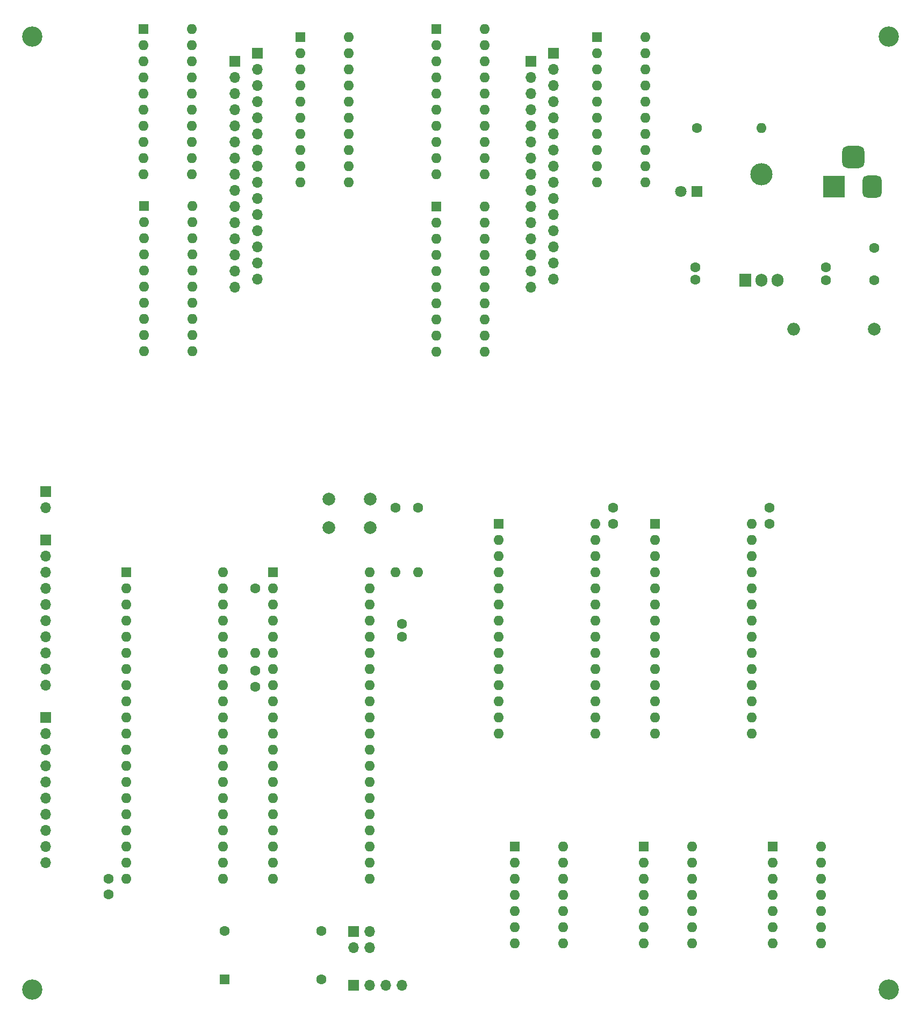
<source format=gbr>
%TF.GenerationSoftware,KiCad,Pcbnew,(5.99.0-7129-g2932fe1e64)*%
%TF.CreationDate,2020-11-22T16:30:13+08:00*%
%TF.ProjectId,MotherBoard,4d6f7468-6572-4426-9f61-72642e6b6963,rev?*%
%TF.SameCoordinates,Original*%
%TF.FileFunction,Soldermask,Bot*%
%TF.FilePolarity,Negative*%
%FSLAX46Y46*%
G04 Gerber Fmt 4.6, Leading zero omitted, Abs format (unit mm)*
G04 Created by KiCad (PCBNEW (5.99.0-7129-g2932fe1e64)) date 2020-11-22 16:30:13*
%MOMM*%
%LPD*%
G01*
G04 APERTURE LIST*
G04 Aperture macros list*
%AMRoundRect*
0 Rectangle with rounded corners*
0 $1 Rounding radius*
0 $2 $3 $4 $5 $6 $7 $8 $9 X,Y pos of 4 corners*
0 Add a 4 corners polygon primitive as box body*
4,1,4,$2,$3,$4,$5,$6,$7,$8,$9,$2,$3,0*
0 Add four circle primitives for the rounded corners*
1,1,$1+$1,$2,$3,0*
1,1,$1+$1,$4,$5,0*
1,1,$1+$1,$6,$7,0*
1,1,$1+$1,$8,$9,0*
0 Add four rect primitives between the rounded corners*
20,1,$1+$1,$2,$3,$4,$5,0*
20,1,$1+$1,$4,$5,$6,$7,0*
20,1,$1+$1,$6,$7,$8,$9,0*
20,1,$1+$1,$8,$9,$2,$3,0*%
G04 Aperture macros list end*
%ADD10R,1.600000X1.600000*%
%ADD11O,1.600000X1.600000*%
%ADD12R,1.700000X1.700000*%
%ADD13O,1.700000X1.700000*%
%ADD14C,1.600000*%
%ADD15C,3.200000*%
%ADD16C,2.000000*%
%ADD17O,3.500000X3.500000*%
%ADD18R,1.905000X2.000000*%
%ADD19O,1.905000X2.000000*%
%ADD20O,2.000000X2.000000*%
%ADD21R,3.500000X3.500000*%
%ADD22RoundRect,0.750000X0.750000X1.000000X-0.750000X1.000000X-0.750000X-1.000000X0.750000X-1.000000X0*%
%ADD23RoundRect,0.875000X0.875000X0.875000X-0.875000X0.875000X-0.875000X-0.875000X0.875000X-0.875000X0*%
%ADD24R,1.800000X1.800000*%
%ADD25C,1.800000*%
G04 APERTURE END LIST*
D10*
%TO.C,U7*%
X124460000Y-157480000D03*
D11*
X124460000Y-160020000D03*
X124460000Y-162560000D03*
X124460000Y-165100000D03*
X124460000Y-167640000D03*
X124460000Y-170180000D03*
X124460000Y-172720000D03*
X132080000Y-172720000D03*
X132080000Y-170180000D03*
X132080000Y-167640000D03*
X132080000Y-165100000D03*
X132080000Y-162560000D03*
X132080000Y-160020000D03*
X132080000Y-157480000D03*
%TD*%
D10*
%TO.C,U10*%
X91821000Y-56769000D03*
D11*
X91821000Y-59309000D03*
X91821000Y-61849000D03*
X91821000Y-64389000D03*
X91821000Y-66929000D03*
X91821000Y-69469000D03*
X91821000Y-72009000D03*
X91821000Y-74549000D03*
X91821000Y-77089000D03*
X91821000Y-79629000D03*
X99441000Y-79629000D03*
X99441000Y-77089000D03*
X99441000Y-74549000D03*
X99441000Y-72009000D03*
X99441000Y-69469000D03*
X99441000Y-66929000D03*
X99441000Y-64389000D03*
X99441000Y-61849000D03*
X99441000Y-59309000D03*
X99441000Y-56769000D03*
%TD*%
D12*
%TO.C,J5*%
X30225000Y-137160000D03*
D13*
X30225000Y-139700000D03*
X30225000Y-142240000D03*
X30225000Y-144780000D03*
X30225000Y-147320000D03*
X30225000Y-149860000D03*
X30225000Y-152400000D03*
X30225000Y-154940000D03*
X30225000Y-157480000D03*
X30225000Y-160020000D03*
%TD*%
D10*
%TO.C,U3*%
X42925000Y-114300000D03*
D11*
X42925000Y-116840000D03*
X42925000Y-119380000D03*
X42925000Y-121920000D03*
X42925000Y-124460000D03*
X42925000Y-127000000D03*
X42925000Y-129540000D03*
X42925000Y-132080000D03*
X42925000Y-134620000D03*
X42925000Y-137160000D03*
X42925000Y-139700000D03*
X42925000Y-142240000D03*
X42925000Y-144780000D03*
X42925000Y-147320000D03*
X42925000Y-149860000D03*
X42925000Y-152400000D03*
X42925000Y-154940000D03*
X42925000Y-157480000D03*
X42925000Y-160020000D03*
X42925000Y-162560000D03*
X58165000Y-162560000D03*
X58165000Y-160020000D03*
X58165000Y-157480000D03*
X58165000Y-154940000D03*
X58165000Y-152400000D03*
X58165000Y-149860000D03*
X58165000Y-147320000D03*
X58165000Y-144780000D03*
X58165000Y-142240000D03*
X58165000Y-139700000D03*
X58165000Y-137160000D03*
X58165000Y-134620000D03*
X58165000Y-132080000D03*
X58165000Y-129540000D03*
X58165000Y-127000000D03*
X58165000Y-124460000D03*
X58165000Y-121920000D03*
X58165000Y-119380000D03*
X58165000Y-116840000D03*
X58165000Y-114300000D03*
%TD*%
D10*
%TO.C,U14*%
X45678775Y-28829000D03*
D11*
X45678775Y-31369000D03*
X45678775Y-33909000D03*
X45678775Y-36449000D03*
X45678775Y-38989000D03*
X45678775Y-41529000D03*
X45678775Y-44069000D03*
X45678775Y-46609000D03*
X45678775Y-49149000D03*
X45678775Y-51689000D03*
X53298775Y-51689000D03*
X53298775Y-49149000D03*
X53298775Y-46609000D03*
X53298775Y-44069000D03*
X53298775Y-41529000D03*
X53298775Y-38989000D03*
X53298775Y-36449000D03*
X53298775Y-33909000D03*
X53298775Y-31369000D03*
X53298775Y-28829000D03*
%TD*%
D12*
%TO.C,J2*%
X30225000Y-109220000D03*
D13*
X30225000Y-111760000D03*
X30225000Y-114300000D03*
X30225000Y-116840000D03*
X30225000Y-119380000D03*
X30225000Y-121920000D03*
X30225000Y-124460000D03*
X30225000Y-127000000D03*
X30225000Y-129540000D03*
X30225000Y-132080000D03*
%TD*%
D10*
%TO.C,U4*%
X101600000Y-106680000D03*
D11*
X101600000Y-109220000D03*
X101600000Y-111760000D03*
X101600000Y-114300000D03*
X101600000Y-116840000D03*
X101600000Y-119380000D03*
X101600000Y-121920000D03*
X101600000Y-124460000D03*
X101600000Y-127000000D03*
X101600000Y-129540000D03*
X101600000Y-132080000D03*
X101600000Y-134620000D03*
X101600000Y-137160000D03*
X101600000Y-139700000D03*
X116840000Y-139700000D03*
X116840000Y-137160000D03*
X116840000Y-134620000D03*
X116840000Y-132080000D03*
X116840000Y-129540000D03*
X116840000Y-127000000D03*
X116840000Y-124460000D03*
X116840000Y-121920000D03*
X116840000Y-119380000D03*
X116840000Y-116840000D03*
X116840000Y-114300000D03*
X116840000Y-111760000D03*
X116840000Y-109220000D03*
X116840000Y-106680000D03*
%TD*%
D10*
%TO.C,X1*%
X58420000Y-178383903D03*
D14*
X73660000Y-178383903D03*
X73660000Y-170763903D03*
X58420000Y-170763903D03*
%TD*%
D12*
%TO.C,J8*%
X106680000Y-33909000D03*
D13*
X106680000Y-36449000D03*
X106680000Y-38989000D03*
X106680000Y-41529000D03*
X106680000Y-44069000D03*
X106680000Y-46609000D03*
X106680000Y-49149000D03*
X106680000Y-51689000D03*
X106680000Y-54229000D03*
X106680000Y-56769000D03*
X106680000Y-59309000D03*
X106680000Y-61849000D03*
X106680000Y-64389000D03*
X106680000Y-66929000D03*
X106680000Y-69469000D03*
%TD*%
D14*
%TO.C,C2*%
X132588000Y-68293990D03*
X132588000Y-66293990D03*
%TD*%
D12*
%TO.C,J7*%
X60060157Y-33909000D03*
D13*
X60060157Y-36449000D03*
X60060157Y-38989000D03*
X60060157Y-41529000D03*
X60060157Y-44069000D03*
X60060157Y-46609000D03*
X60060157Y-49149000D03*
X60060157Y-51689000D03*
X60060157Y-54229000D03*
X60060157Y-56769000D03*
X60060157Y-59309000D03*
X60060157Y-61849000D03*
X60060157Y-64389000D03*
X60060157Y-66929000D03*
X60060157Y-69469000D03*
%TD*%
D14*
%TO.C,C1*%
X153162000Y-68325500D03*
X153162000Y-66325500D03*
%TD*%
D15*
%TO.C,H4*%
X163116157Y-180000000D03*
%TD*%
D14*
%TO.C,R1*%
X63263000Y-116895831D03*
D11*
X63263000Y-127055831D03*
%TD*%
D14*
%TO.C,R4*%
X132842000Y-44381301D03*
D11*
X143002000Y-44381301D03*
%TD*%
D10*
%TO.C,U13*%
X45741129Y-56646652D03*
D11*
X45741129Y-59186652D03*
X45741129Y-61726652D03*
X45741129Y-64266652D03*
X45741129Y-66806652D03*
X45741129Y-69346652D03*
X45741129Y-71886652D03*
X45741129Y-74426652D03*
X45741129Y-76966652D03*
X45741129Y-79506652D03*
X53361129Y-79506652D03*
X53361129Y-76966652D03*
X53361129Y-74426652D03*
X53361129Y-71886652D03*
X53361129Y-69346652D03*
X53361129Y-66806652D03*
X53361129Y-64266652D03*
X53361129Y-61726652D03*
X53361129Y-59186652D03*
X53361129Y-56646652D03*
%TD*%
D10*
%TO.C,U11*%
X117094000Y-30099000D03*
D11*
X117094000Y-32639000D03*
X117094000Y-35179000D03*
X117094000Y-37719000D03*
X117094000Y-40259000D03*
X117094000Y-42799000D03*
X117094000Y-45339000D03*
X117094000Y-47879000D03*
X117094000Y-50419000D03*
X117094000Y-52959000D03*
X124714000Y-52959000D03*
X124714000Y-50419000D03*
X124714000Y-47879000D03*
X124714000Y-45339000D03*
X124714000Y-42799000D03*
X124714000Y-40259000D03*
X124714000Y-37719000D03*
X124714000Y-35179000D03*
X124714000Y-32639000D03*
X124714000Y-30099000D03*
%TD*%
D12*
%TO.C,J3*%
X63619771Y-32639000D03*
D13*
X63619771Y-35179000D03*
X63619771Y-37719000D03*
X63619771Y-40259000D03*
X63619771Y-42799000D03*
X63619771Y-45339000D03*
X63619771Y-47879000D03*
X63619771Y-50419000D03*
X63619771Y-52959000D03*
X63619771Y-55499000D03*
X63619771Y-58039000D03*
X63619771Y-60579000D03*
X63619771Y-63119000D03*
X63619771Y-65659000D03*
X63619771Y-68199000D03*
%TD*%
D16*
%TO.C,SW1*%
X74902222Y-102782776D03*
X81402222Y-102782776D03*
X81402222Y-107282776D03*
X74902222Y-107282776D03*
%TD*%
D12*
%TO.C,J6*%
X78740000Y-179324000D03*
D13*
X81280000Y-179324000D03*
X83820000Y-179324000D03*
X86360000Y-179324000D03*
%TD*%
D10*
%TO.C,U2*%
X126238000Y-106680000D03*
D11*
X126238000Y-109220000D03*
X126238000Y-111760000D03*
X126238000Y-114300000D03*
X126238000Y-116840000D03*
X126238000Y-119380000D03*
X126238000Y-121920000D03*
X126238000Y-124460000D03*
X126238000Y-127000000D03*
X126238000Y-129540000D03*
X126238000Y-132080000D03*
X126238000Y-134620000D03*
X126238000Y-137160000D03*
X126238000Y-139700000D03*
X141478000Y-139700000D03*
X141478000Y-137160000D03*
X141478000Y-134620000D03*
X141478000Y-132080000D03*
X141478000Y-129540000D03*
X141478000Y-127000000D03*
X141478000Y-124460000D03*
X141478000Y-121920000D03*
X141478000Y-119380000D03*
X141478000Y-116840000D03*
X141478000Y-114300000D03*
X141478000Y-111760000D03*
X141478000Y-109220000D03*
X141478000Y-106680000D03*
%TD*%
D14*
%TO.C,C6*%
X144289000Y-106680000D03*
X144289000Y-104180000D03*
%TD*%
D15*
%TO.C,H3*%
X28116157Y-180000000D03*
%TD*%
D14*
%TO.C,C5*%
X40148000Y-162560000D03*
X40148000Y-165060000D03*
%TD*%
D17*
%TO.C,U1*%
X143002000Y-51665500D03*
D18*
X140462000Y-68325500D03*
D19*
X143002000Y-68325500D03*
X145542000Y-68325500D03*
%TD*%
D12*
%TO.C,J4*%
X110236000Y-32639000D03*
D13*
X110236000Y-35179000D03*
X110236000Y-37719000D03*
X110236000Y-40259000D03*
X110236000Y-42799000D03*
X110236000Y-45339000D03*
X110236000Y-47879000D03*
X110236000Y-50419000D03*
X110236000Y-52959000D03*
X110236000Y-55499000D03*
X110236000Y-58039000D03*
X110236000Y-60579000D03*
X110236000Y-63119000D03*
X110236000Y-65659000D03*
X110236000Y-68199000D03*
%TD*%
D16*
%TO.C,FB1*%
X160782000Y-76072500D03*
D20*
X148082000Y-76072500D03*
%TD*%
D14*
%TO.C,C7*%
X119651000Y-106680000D03*
X119651000Y-104180000D03*
%TD*%
%TO.C,F1*%
X160782000Y-63245500D03*
X160782000Y-68325500D03*
%TD*%
D15*
%TO.C,H2*%
X28116157Y-30000000D03*
%TD*%
D14*
%TO.C,C4*%
X63263000Y-132334000D03*
X63263000Y-129834000D03*
%TD*%
D21*
%TO.C,J1*%
X154487802Y-53617266D03*
D22*
X160487802Y-53617266D03*
D23*
X157487802Y-48917266D03*
%TD*%
D24*
%TO.C,D1*%
X132842000Y-54355500D03*
D25*
X130302000Y-54355500D03*
%TD*%
D12*
%TO.C,J10*%
X30225000Y-101600000D03*
D13*
X30225000Y-104140000D03*
%TD*%
D10*
%TO.C,U12*%
X70359853Y-30083285D03*
D11*
X70359853Y-32623285D03*
X70359853Y-35163285D03*
X70359853Y-37703285D03*
X70359853Y-40243285D03*
X70359853Y-42783285D03*
X70359853Y-45323285D03*
X70359853Y-47863285D03*
X70359853Y-50403285D03*
X70359853Y-52943285D03*
X77979853Y-52943285D03*
X77979853Y-50403285D03*
X77979853Y-47863285D03*
X77979853Y-45323285D03*
X77979853Y-42783285D03*
X77979853Y-40243285D03*
X77979853Y-37703285D03*
X77979853Y-35163285D03*
X77979853Y-32623285D03*
X77979853Y-30083285D03*
%TD*%
D14*
%TO.C,R2*%
X88900000Y-104140000D03*
D11*
X88900000Y-114300000D03*
%TD*%
D15*
%TO.C,H1*%
X163116157Y-30000000D03*
%TD*%
D10*
%TO.C,U9*%
X91821000Y-28829000D03*
D11*
X91821000Y-31369000D03*
X91821000Y-33909000D03*
X91821000Y-36449000D03*
X91821000Y-38989000D03*
X91821000Y-41529000D03*
X91821000Y-44069000D03*
X91821000Y-46609000D03*
X91821000Y-49149000D03*
X91821000Y-51689000D03*
X99441000Y-51689000D03*
X99441000Y-49149000D03*
X99441000Y-46609000D03*
X99441000Y-44069000D03*
X99441000Y-41529000D03*
X99441000Y-38989000D03*
X99441000Y-36449000D03*
X99441000Y-33909000D03*
X99441000Y-31369000D03*
X99441000Y-28829000D03*
%TD*%
D12*
%TO.C,J9*%
X78740000Y-170873112D03*
D13*
X81280000Y-170873112D03*
X78740000Y-173413112D03*
X81280000Y-173413112D03*
%TD*%
D10*
%TO.C,U6*%
X104140000Y-157480000D03*
D11*
X104140000Y-160020000D03*
X104140000Y-162560000D03*
X104140000Y-165100000D03*
X104140000Y-167640000D03*
X104140000Y-170180000D03*
X104140000Y-172720000D03*
X111760000Y-172720000D03*
X111760000Y-170180000D03*
X111760000Y-167640000D03*
X111760000Y-165100000D03*
X111760000Y-162560000D03*
X111760000Y-160020000D03*
X111760000Y-157480000D03*
%TD*%
D14*
%TO.C,C3*%
X86360000Y-124460000D03*
X86360000Y-122460000D03*
%TD*%
D10*
%TO.C,U8*%
X144780000Y-157480000D03*
D11*
X144780000Y-160020000D03*
X144780000Y-162560000D03*
X144780000Y-165100000D03*
X144780000Y-167640000D03*
X144780000Y-170180000D03*
X144780000Y-172720000D03*
X152400000Y-172720000D03*
X152400000Y-170180000D03*
X152400000Y-167640000D03*
X152400000Y-165100000D03*
X152400000Y-162560000D03*
X152400000Y-160020000D03*
X152400000Y-157480000D03*
%TD*%
D14*
%TO.C,R3*%
X85344000Y-104162330D03*
D11*
X85344000Y-114322330D03*
%TD*%
D10*
%TO.C,U5*%
X66040000Y-114300000D03*
D11*
X66040000Y-116840000D03*
X66040000Y-119380000D03*
X66040000Y-121920000D03*
X66040000Y-124460000D03*
X66040000Y-127000000D03*
X66040000Y-129540000D03*
X66040000Y-132080000D03*
X66040000Y-134620000D03*
X66040000Y-137160000D03*
X66040000Y-139700000D03*
X66040000Y-142240000D03*
X66040000Y-144780000D03*
X66040000Y-147320000D03*
X66040000Y-149860000D03*
X66040000Y-152400000D03*
X66040000Y-154940000D03*
X66040000Y-157480000D03*
X66040000Y-160020000D03*
X66040000Y-162560000D03*
X81280000Y-162560000D03*
X81280000Y-160020000D03*
X81280000Y-157480000D03*
X81280000Y-154940000D03*
X81280000Y-152400000D03*
X81280000Y-149860000D03*
X81280000Y-147320000D03*
X81280000Y-144780000D03*
X81280000Y-142240000D03*
X81280000Y-139700000D03*
X81280000Y-137160000D03*
X81280000Y-134620000D03*
X81280000Y-132080000D03*
X81280000Y-129540000D03*
X81280000Y-127000000D03*
X81280000Y-124460000D03*
X81280000Y-121920000D03*
X81280000Y-119380000D03*
X81280000Y-116840000D03*
X81280000Y-114300000D03*
%TD*%
M02*

</source>
